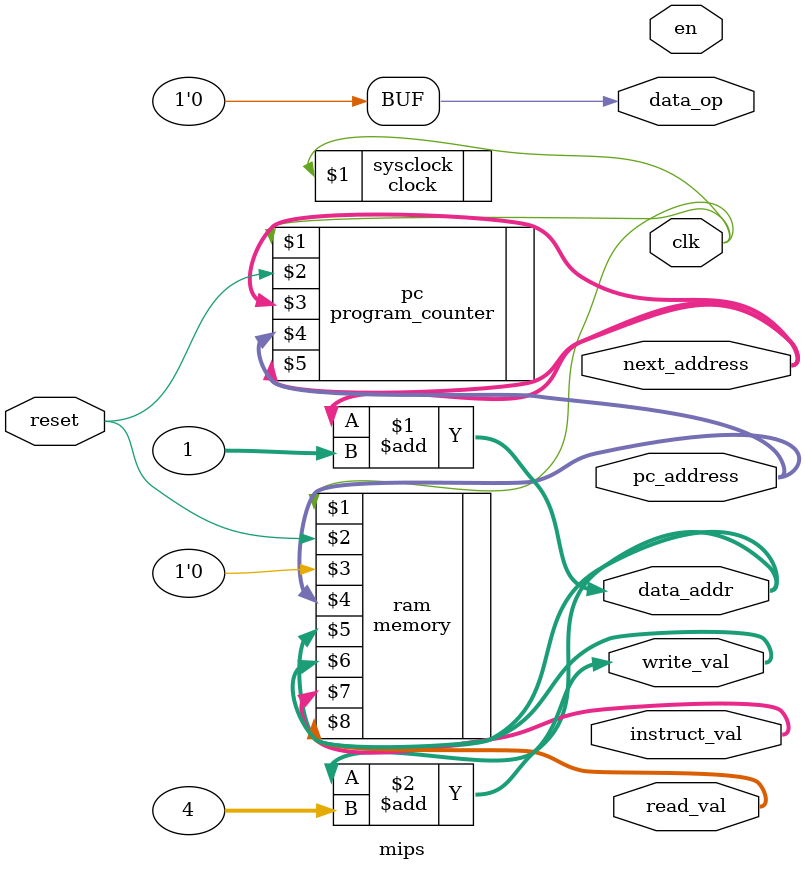
<source format=v>
`timescale 1ns/100ps 


module mips(clk, reset, en, pc_address, next_address,    data_op, data_addr, write_val, instruct_val, read_val);	
       	
  output wire clk;  // Clock signal
  
  input wire reset;
  output wire en;
  output wire [31:0] next_address;
  output wire [31:0] pc_address;

  clock sysclock(clk);
  program_counter pc(clk, reset, next_address, pc_address, next_address);

  output wire [31:0] instruct_val;
  output wire [31:0] read_val;
  
  output wire [31:0] data_addr;
  output wire [31:0] write_val;

  assign data_addr = next_address + 1;
  assign write_val = data_addr + 4;
   
  output reg data_op = 0;

  memory ram(clk, reset, data_op, pc_address, data_addr, write_val, instruct_val, read_val);



endmodule

</source>
